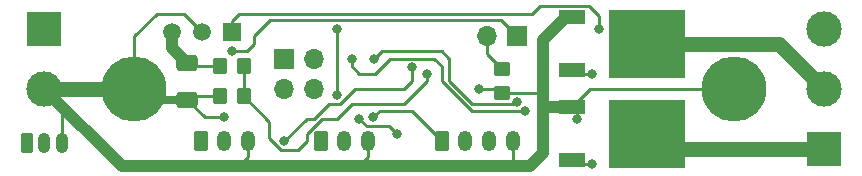
<source format=gbr>
%TF.GenerationSoftware,KiCad,Pcbnew,7.0.6*%
%TF.CreationDate,2023-08-24T15:39:13-04:00*%
%TF.ProjectId,miniald,6d696e69-616c-4642-9e6b-696361645f70,rev?*%
%TF.SameCoordinates,Original*%
%TF.FileFunction,Copper,L2,Bot*%
%TF.FilePolarity,Positive*%
%FSLAX46Y46*%
G04 Gerber Fmt 4.6, Leading zero omitted, Abs format (unit mm)*
G04 Created by KiCad (PCBNEW 7.0.6) date 2023-08-24 15:39:13*
%MOMM*%
%LPD*%
G01*
G04 APERTURE LIST*
G04 Aperture macros list*
%AMRoundRect*
0 Rectangle with rounded corners*
0 $1 Rounding radius*
0 $2 $3 $4 $5 $6 $7 $8 $9 X,Y pos of 4 corners*
0 Add a 4 corners polygon primitive as box body*
4,1,4,$2,$3,$4,$5,$6,$7,$8,$9,$2,$3,0*
0 Add four circle primitives for the rounded corners*
1,1,$1+$1,$2,$3*
1,1,$1+$1,$4,$5*
1,1,$1+$1,$6,$7*
1,1,$1+$1,$8,$9*
0 Add four rect primitives between the rounded corners*
20,1,$1+$1,$2,$3,$4,$5,0*
20,1,$1+$1,$4,$5,$6,$7,0*
20,1,$1+$1,$6,$7,$8,$9,0*
20,1,$1+$1,$8,$9,$2,$3,0*%
G04 Aperture macros list end*
%TA.AperFunction,ComponentPad*%
%ADD10R,1.500000X1.500000*%
%TD*%
%TA.AperFunction,ComponentPad*%
%ADD11C,1.500000*%
%TD*%
%TA.AperFunction,ComponentPad*%
%ADD12RoundRect,0.250000X-0.350000X-0.625000X0.350000X-0.625000X0.350000X0.625000X-0.350000X0.625000X0*%
%TD*%
%TA.AperFunction,ComponentPad*%
%ADD13O,1.200000X1.750000*%
%TD*%
%TA.AperFunction,ComponentPad*%
%ADD14C,5.500000*%
%TD*%
%TA.AperFunction,ComponentPad*%
%ADD15R,3.000000X3.000000*%
%TD*%
%TA.AperFunction,ComponentPad*%
%ADD16C,3.000000*%
%TD*%
%TA.AperFunction,ComponentPad*%
%ADD17RoundRect,0.250000X-0.265000X-0.615000X0.265000X-0.615000X0.265000X0.615000X-0.265000X0.615000X0*%
%TD*%
%TA.AperFunction,ComponentPad*%
%ADD18O,1.030000X1.730000*%
%TD*%
%TA.AperFunction,ComponentPad*%
%ADD19R,1.700000X1.700000*%
%TD*%
%TA.AperFunction,ComponentPad*%
%ADD20O,1.700000X1.700000*%
%TD*%
%TA.AperFunction,SMDPad,CuDef*%
%ADD21R,2.200000X1.200000*%
%TD*%
%TA.AperFunction,SMDPad,CuDef*%
%ADD22R,6.400000X5.800000*%
%TD*%
%TA.AperFunction,SMDPad,CuDef*%
%ADD23RoundRect,0.250000X-0.350000X-0.450000X0.350000X-0.450000X0.350000X0.450000X-0.350000X0.450000X0*%
%TD*%
%TA.AperFunction,SMDPad,CuDef*%
%ADD24RoundRect,0.250000X0.350000X0.450000X-0.350000X0.450000X-0.350000X-0.450000X0.350000X-0.450000X0*%
%TD*%
%TA.AperFunction,SMDPad,CuDef*%
%ADD25RoundRect,0.250000X-0.450000X0.350000X-0.450000X-0.350000X0.450000X-0.350000X0.450000X0.350000X0*%
%TD*%
%TA.AperFunction,SMDPad,CuDef*%
%ADD26RoundRect,0.250000X-0.650000X0.412500X-0.650000X-0.412500X0.650000X-0.412500X0.650000X0.412500X0*%
%TD*%
%TA.AperFunction,ViaPad*%
%ADD27C,0.800000*%
%TD*%
%TA.AperFunction,Conductor*%
%ADD28C,0.254000*%
%TD*%
%TA.AperFunction,Conductor*%
%ADD29C,0.250000*%
%TD*%
%TA.AperFunction,Conductor*%
%ADD30C,1.270000*%
%TD*%
%TA.AperFunction,Conductor*%
%ADD31C,1.016000*%
%TD*%
%TA.AperFunction,Conductor*%
%ADD32C,0.635000*%
%TD*%
G04 APERTURE END LIST*
D10*
%TO.P,U4,1,VO*%
%TO.N,+5V*%
X97155000Y-53615000D03*
D11*
%TO.P,U4,2,GND*%
%TO.N,GND*%
X94615000Y-53615000D03*
%TO.P,U4,3,VI*%
%TO.N,+BATT*%
X92075000Y-53615000D03*
%TD*%
D12*
%TO.P,J5,1,Pin_1*%
%TO.N,Net-(J4-Pin_1)*%
X104680000Y-62865000D03*
D13*
%TO.P,J5,2,Pin_2*%
%TO.N,Net-(J5-Pin_2)*%
X106680000Y-62865000D03*
%TO.P,J5,3,Pin_3*%
%TO.N,GND*%
X108680000Y-62865000D03*
%TD*%
D14*
%TO.P,H1,1,1*%
%TO.N,GND*%
X139700000Y-58420000D03*
%TD*%
D15*
%TO.P,J2,1,Pin_1*%
%TO.N,Net-(J2-Pin_1)*%
X147320000Y-63500000D03*
D16*
%TO.P,J2,2,Pin_2*%
%TO.N,Net-(J2-Pin_2)*%
X147320000Y-58420000D03*
%TO.P,J2,3,Pin_3*%
%TO.N,+BATT*%
X147320000Y-53340000D03*
%TD*%
D15*
%TO.P,J1,1,Pin_1*%
%TO.N,+BATT*%
X81280000Y-53340000D03*
D16*
%TO.P,J1,2,Pin_2*%
%TO.N,GND*%
X81280000Y-58420000D03*
%TD*%
D17*
%TO.P,J3,1,Pin_1*%
%TO.N,+3.3V*%
X79780000Y-63050000D03*
D18*
%TO.P,J3,2,Pin_2*%
%TO.N,UPDI*%
X81280000Y-63050000D03*
%TO.P,J3,3,Pin_3*%
%TO.N,GND*%
X82780000Y-63050000D03*
%TD*%
D12*
%TO.P,J6,1,Pin_1*%
%TO.N,SCL*%
X114935000Y-62865000D03*
D13*
%TO.P,J6,2,Pin_2*%
%TO.N,SDA*%
X116935000Y-62865000D03*
%TO.P,J6,3,Pin_3*%
%TO.N,+3.3V*%
X118935000Y-62865000D03*
%TO.P,J6,4,Pin_4*%
%TO.N,GND*%
X120935000Y-62865000D03*
%TD*%
D12*
%TO.P,J4,1,Pin_1*%
%TO.N,Net-(J4-Pin_1)*%
X94520000Y-62865000D03*
D13*
%TO.P,J4,2,Pin_2*%
%TO.N,Net-(J4-Pin_2)*%
X96520000Y-62865000D03*
%TO.P,J4,3,Pin_3*%
%TO.N,GND*%
X98520000Y-62865000D03*
%TD*%
D14*
%TO.P,H2,1,1*%
%TO.N,GND*%
X88900000Y-58420000D03*
%TD*%
D19*
%TO.P,R1,1*%
%TO.N,+3.3V*%
X121285000Y-53975000D03*
D20*
%TO.P,R1,2*%
%TO.N,CDS*%
X118745000Y-53975000D03*
%TD*%
D19*
%TO.P,J7,1,Pin_1*%
%TO.N,GND*%
X101600000Y-55880000D03*
D20*
%TO.P,J7,2,Pin_2*%
%TO.N,IO1*%
X104140000Y-55880000D03*
%TO.P,J7,3,Pin_3*%
%TO.N,GND*%
X101600000Y-58420000D03*
%TO.P,J7,4,Pin_4*%
%TO.N,IO0*%
X104140000Y-58420000D03*
%TD*%
D21*
%TO.P,Q2,1,G*%
%TO.N,Net-(Q2-G)*%
X125975000Y-64510000D03*
D22*
%TO.P,Q2,2,D*%
%TO.N,Net-(J2-Pin_1)*%
X132275000Y-62230000D03*
D21*
%TO.P,Q2,3,S*%
%TO.N,GND*%
X125975000Y-59950000D03*
%TD*%
D23*
%TO.P,R3,1*%
%TO.N,+BATT*%
X96155000Y-56515000D03*
%TO.P,R3,2*%
%TO.N,Net-(U2-PA5)*%
X98155000Y-56515000D03*
%TD*%
D24*
%TO.P,R4,1*%
%TO.N,Net-(U2-PA5)*%
X98155000Y-59055000D03*
%TO.P,R4,2*%
%TO.N,GND*%
X96155000Y-59055000D03*
%TD*%
D21*
%TO.P,Q1,1,G*%
%TO.N,Net-(Q1-G)*%
X125975000Y-56890000D03*
D22*
%TO.P,Q1,2,D*%
%TO.N,Net-(J2-Pin_2)*%
X132275000Y-54610000D03*
D21*
%TO.P,Q1,3,S*%
%TO.N,GND*%
X125975000Y-52330000D03*
%TD*%
D25*
%TO.P,R2,1*%
%TO.N,CDS*%
X120015000Y-56785000D03*
%TO.P,R2,2*%
%TO.N,GND*%
X120015000Y-58785000D03*
%TD*%
D26*
%TO.P,C3,1*%
%TO.N,+BATT*%
X93345000Y-56222500D03*
%TO.P,C3,2*%
%TO.N,GND*%
X93345000Y-59347500D03*
%TD*%
D27*
%TO.N,+5V*%
X128270000Y-53340000D03*
%TO.N,GND*%
X118110000Y-58420000D03*
X126365000Y-60960000D03*
X96520000Y-60870500D03*
%TO.N,+3.3V*%
X97155000Y-55245000D03*
%TO.N,Net-(J4-Pin_2)*%
X112395000Y-56606500D03*
X101600000Y-62865000D03*
%TO.N,Net-(J5-Pin_2)*%
X106045000Y-53340000D03*
X106045000Y-58963500D03*
%TO.N,PWM2*%
X109220000Y-55880000D03*
X121285000Y-59598500D03*
%TO.N,PWM1*%
X122011500Y-60325000D03*
X107315000Y-55880000D03*
%TO.N,Net-(Q1-G)*%
X127635000Y-57150000D03*
%TO.N,Net-(Q2-G)*%
X127635000Y-64770000D03*
%TO.N,SCL*%
X109128500Y-60868500D03*
%TO.N,SDA*%
X107950000Y-60960000D03*
X111125000Y-62230000D03*
%TO.N,Net-(U2-PA5)*%
X113665000Y-57150000D03*
%TD*%
D28*
%TO.N,+5V*%
X128270000Y-53340000D02*
X128270000Y-52271000D01*
D29*
X97790000Y-52070000D02*
X122555000Y-52070000D01*
D28*
X128270000Y-52271000D02*
X127402000Y-51403000D01*
D29*
X97155000Y-52705000D02*
X97790000Y-52070000D01*
X123222000Y-51403000D02*
X127402000Y-51403000D01*
X97155000Y-53615000D02*
X97155000Y-52705000D01*
X122555000Y-52070000D02*
X123222000Y-51403000D01*
D30*
%TO.N,GND*%
X88900000Y-58420000D02*
X81280000Y-58420000D01*
D29*
X98520000Y-62865000D02*
X98520000Y-64230500D01*
D31*
X123472500Y-63852500D02*
X122364500Y-64960500D01*
X123847500Y-59950000D02*
X125975000Y-59950000D01*
D32*
X93345000Y-59347500D02*
X89827500Y-59347500D01*
D29*
X82780000Y-63050000D02*
X82780000Y-59920000D01*
X96155000Y-59055000D02*
X93637500Y-59055000D01*
D32*
X125975000Y-52330000D02*
X125470000Y-52330000D01*
X93345000Y-59347500D02*
X93687500Y-59347500D01*
D31*
X123472500Y-60325000D02*
X123472500Y-63852500D01*
X87820500Y-64960500D02*
X81280000Y-58420000D01*
D29*
X96520000Y-60870500D02*
X94868000Y-60870500D01*
D28*
X127505000Y-58420000D02*
X125975000Y-59950000D01*
X120015000Y-58785000D02*
X123555000Y-58785000D01*
D32*
X89827500Y-59347500D02*
X88900000Y-58420000D01*
D29*
X120935000Y-62865000D02*
X120935000Y-64610500D01*
D28*
X139700000Y-58420000D02*
X127505000Y-58420000D01*
D29*
X94868000Y-60870500D02*
X93345000Y-59347500D01*
X108680000Y-62865000D02*
X108680000Y-64230500D01*
D28*
X126365000Y-60960000D02*
X126365000Y-60340000D01*
X126365000Y-60340000D02*
X125975000Y-59950000D01*
X119650000Y-58420000D02*
X120015000Y-58785000D01*
D31*
X125470000Y-52330000D02*
X123472500Y-54327500D01*
X122364500Y-64960500D02*
X121285000Y-64960500D01*
X123472500Y-60325000D02*
X123847500Y-59950000D01*
D29*
X108680000Y-64230500D02*
X107950000Y-64960500D01*
D32*
X125475000Y-52330000D02*
X125975000Y-52330000D01*
D31*
X123472500Y-54327500D02*
X123472500Y-60325000D01*
D28*
X118110000Y-58420000D02*
X119650000Y-58420000D01*
D31*
X97790000Y-64960500D02*
X87820500Y-64960500D01*
D29*
X93637500Y-59055000D02*
X93345000Y-59347500D01*
X93070000Y-52070000D02*
X90805000Y-52070000D01*
D31*
X121285000Y-64960500D02*
X107950000Y-64960500D01*
X107950000Y-64960500D02*
X97790000Y-64960500D01*
D29*
X94615000Y-53615000D02*
X93070000Y-52070000D01*
X88900000Y-53975000D02*
X88900000Y-58420000D01*
X90805000Y-52070000D02*
X88900000Y-53975000D01*
X98520000Y-64230500D02*
X97790000Y-64960500D01*
X120935000Y-64610500D02*
X121285000Y-64960500D01*
%TO.N,+BATT*%
X93637500Y-56515000D02*
X93345000Y-56222500D01*
D31*
X92075000Y-53615000D02*
X92075000Y-54952500D01*
D29*
X96155000Y-56515000D02*
X93637500Y-56515000D01*
D31*
X92075000Y-54952500D02*
X93345000Y-56222500D01*
D29*
%TO.N,+3.3V*%
X99060000Y-54610000D02*
X99060000Y-53975000D01*
X99060000Y-53975000D02*
X100420000Y-52615000D01*
X98425000Y-55245000D02*
X99060000Y-54610000D01*
X100420000Y-52615000D02*
X119925000Y-52615000D01*
X119925000Y-52615000D02*
X121285000Y-53975000D01*
X97155000Y-55245000D02*
X98425000Y-55245000D01*
D30*
%TO.N,Net-(J2-Pin_1)*%
X147320000Y-63500000D02*
X133545000Y-63500000D01*
D32*
X133545000Y-63500000D02*
X132275000Y-62230000D01*
D30*
%TO.N,Net-(J2-Pin_2)*%
X143510000Y-54610000D02*
X132275000Y-54610000D01*
X147320000Y-58420000D02*
X143510000Y-54610000D01*
D28*
%TO.N,Net-(J4-Pin_2)*%
X105410000Y-59690000D02*
X104140000Y-60960000D01*
X111760000Y-58420000D02*
X112395000Y-57785000D01*
X112395000Y-56606500D02*
X112395000Y-57785000D01*
X105410000Y-59690000D02*
X106346634Y-59690000D01*
D29*
X101600000Y-62865000D02*
X103505000Y-60960000D01*
D28*
X107616634Y-58420000D02*
X111760000Y-58420000D01*
X103505000Y-60960000D02*
X104140000Y-60960000D01*
X106346634Y-59690000D02*
X107616634Y-58420000D01*
%TO.N,Net-(J5-Pin_2)*%
X106045000Y-53340000D02*
X106045000Y-58963500D01*
%TO.N,PWM2*%
X115570000Y-57785000D02*
X117497000Y-59712000D01*
X121171500Y-59712000D02*
X121285000Y-59598500D01*
X118767000Y-59712000D02*
X121171500Y-59712000D01*
X109220000Y-55880000D02*
X109855000Y-55245000D01*
X114935000Y-55245000D02*
X115570000Y-55880000D01*
X117497000Y-59712000D02*
X119380000Y-59712000D01*
X115570000Y-55880000D02*
X115570000Y-57785000D01*
X109855000Y-55245000D02*
X114935000Y-55245000D01*
%TO.N,PWM1*%
X114300000Y-55880000D02*
X110581500Y-55880000D01*
X121920000Y-60325000D02*
X117467948Y-60325000D01*
X114935000Y-57792052D02*
X114935000Y-56515000D01*
X109311500Y-57150000D02*
X107950000Y-57150000D01*
X117467948Y-60325000D02*
X114935000Y-57792052D01*
X107315000Y-56515000D02*
X107315000Y-55880000D01*
X107950000Y-57150000D02*
X107315000Y-56515000D01*
X114935000Y-56515000D02*
X114300000Y-55880000D01*
X110581500Y-55880000D02*
X109311500Y-57150000D01*
%TO.N,Net-(Q1-G)*%
X126235000Y-57150000D02*
X125975000Y-56890000D01*
X127635000Y-57150000D02*
X126235000Y-57150000D01*
%TO.N,Net-(Q2-G)*%
X127635000Y-64770000D02*
X126235000Y-64770000D01*
X126235000Y-64770000D02*
X125975000Y-64510000D01*
%TO.N,CDS*%
X118745000Y-53975000D02*
X118745000Y-55515000D01*
X118745000Y-55515000D02*
X120015000Y-56785000D01*
%TO.N,SCL*%
X109672000Y-60325000D02*
X112395000Y-60325000D01*
X112395000Y-60325000D02*
X114935000Y-62865000D01*
X109128500Y-60868500D02*
X109672000Y-60325000D01*
%TO.N,SDA*%
X108585000Y-61595000D02*
X110490000Y-61595000D01*
X107950000Y-60960000D02*
X108585000Y-61595000D01*
X110490000Y-61595000D02*
X111125000Y-62230000D01*
D29*
%TO.N,Net-(U2-PA5)*%
X102780000Y-63590000D02*
X103505000Y-62865000D01*
X103505000Y-62230000D02*
X103509225Y-62230000D01*
X100330000Y-61230000D02*
X100330000Y-62620305D01*
X98155000Y-56515000D02*
X98155000Y-59055000D01*
X98155000Y-59055000D02*
X100330000Y-61230000D01*
D28*
X113665000Y-57785000D02*
X111760000Y-59690000D01*
D29*
X101299695Y-63590000D02*
X102780000Y-63590000D01*
X103505000Y-62865000D02*
X103505000Y-62230000D01*
X106045000Y-60960000D02*
X107315000Y-59690000D01*
D28*
X113665000Y-57150000D02*
X113665000Y-57785000D01*
D29*
X104779225Y-60960000D02*
X106045000Y-60960000D01*
X100330000Y-62620305D02*
X101299695Y-63590000D01*
X107315000Y-59690000D02*
X111760000Y-59690000D01*
X103509225Y-62230000D02*
X104779225Y-60960000D01*
%TD*%
M02*

</source>
